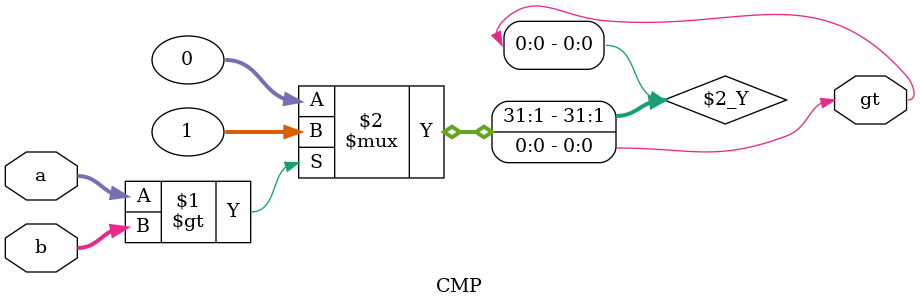
<source format=v>
`timescale 1ns / 1ps


module CMP(
    input wire [DATA_WIDTH-1:0] a,
    input wire [DATA_WIDTH-1:0] b,
    output wire gt);
    
	parameter DATA_WIDTH = 32;

	assign gt = (a > b) ? 1 : 0;

endmodule


</source>
